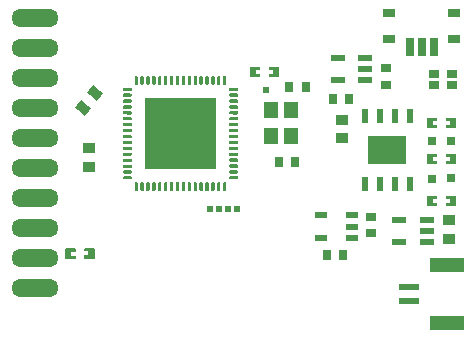
<source format=gtp>
G04 Layer: TopPasteMaskLayer*
G04 EasyEDA v6.5.47, 2024-10-10 22:53:33*
G04 4497fee167be4918ac379375847d30c4,a18d025d90d848418757c69f2d6d6cc0,10*
G04 Gerber Generator version 0.2*
G04 Scale: 100 percent, Rotated: No, Reflected: No *
G04 Dimensions in millimeters *
G04 leading zeros omitted , absolute positions ,4 integer and 5 decimal *
%FSLAX45Y45*%
%MOMM*%

%AMMACRO1*21,1,$1,$2,0,0,$3*%
%ADD10R,0.8000X0.9000*%
%ADD11R,0.9000X0.8000*%
%ADD12R,1.0922X0.8128*%
%ADD13R,1.1570X0.4900*%
%ADD14R,1.1750X0.4900*%
%ADD15MACRO1,0.8X0.65X0.0000*%
%ADD16R,0.8000X0.8000*%
%ADD17O,3.9999919999999998X1.499997*%
%ADD18R,0.7000X1.5000*%
%ADD19R,1.0000X0.8000*%
%ADD20R,0.6000X1.2000*%
%ADD21R,3.3000X2.4000*%
%ADD22R,1.2000X1.4000*%
%ADD23MACRO1,1.2X1.4X0.0000*%
%ADD24R,1.7000X0.6000*%
%ADD25R,2.9000X1.3000*%
%ADD26R,1.1000X0.6000*%
%ADD27MACRO1,0.8128X1.0922X-130.9998*%
%ADD28MACRO1,0.8128X1.0922X-130.9985*%
%ADD29R,0.5000X0.5000*%
%ADD30R,0.0148X0.5000*%

%LPD*%
G36*
X2064918Y-843991D02*
G01*
X2059889Y-849020D01*
X2059889Y-928979D01*
X2064918Y-934008D01*
X2144877Y-934008D01*
X2149906Y-928979D01*
X2149906Y-906221D01*
X2112924Y-906221D01*
X2112924Y-873201D01*
X2149906Y-873201D01*
X2149906Y-849020D01*
X2144877Y-843991D01*
G37*
G36*
X2223922Y-843991D02*
G01*
X2218893Y-849020D01*
X2218893Y-871778D01*
X2255875Y-871778D01*
X2255875Y-904798D01*
X2218893Y-904798D01*
X2218893Y-928979D01*
X2223922Y-934008D01*
X2303881Y-934008D01*
X2308910Y-928979D01*
X2308910Y-849020D01*
X2303881Y-843991D01*
G37*
G36*
X661822Y-2380691D02*
G01*
X656793Y-2385720D01*
X656793Y-2408478D01*
X693826Y-2408478D01*
X693826Y-2441498D01*
X656793Y-2441498D01*
X656793Y-2465679D01*
X661822Y-2470708D01*
X741781Y-2470708D01*
X746810Y-2465679D01*
X746810Y-2385720D01*
X741781Y-2380691D01*
G37*
G36*
X502818Y-2380691D02*
G01*
X497789Y-2385720D01*
X497789Y-2465679D01*
X502818Y-2470708D01*
X582777Y-2470708D01*
X587806Y-2465679D01*
X587806Y-2442921D01*
X550773Y-2442921D01*
X550773Y-2409901D01*
X587806Y-2409901D01*
X587806Y-2385720D01*
X582777Y-2380691D01*
G37*
G36*
X3722522Y-1936191D02*
G01*
X3717493Y-1941220D01*
X3717493Y-1963978D01*
X3754475Y-1963978D01*
X3754475Y-1996998D01*
X3717493Y-1996998D01*
X3717493Y-2021179D01*
X3722522Y-2026208D01*
X3802481Y-2026208D01*
X3807510Y-2021179D01*
X3807510Y-1941220D01*
X3802481Y-1936191D01*
G37*
G36*
X3563518Y-1936191D02*
G01*
X3558489Y-1941220D01*
X3558489Y-2021179D01*
X3563518Y-2026208D01*
X3643477Y-2026208D01*
X3648506Y-2021179D01*
X3648506Y-1998421D01*
X3611524Y-1998421D01*
X3611524Y-1965401D01*
X3648506Y-1965401D01*
X3648506Y-1941220D01*
X3643477Y-1936191D01*
G37*
G36*
X3722522Y-1580591D02*
G01*
X3717493Y-1585620D01*
X3717493Y-1608378D01*
X3754475Y-1608378D01*
X3754475Y-1641398D01*
X3717493Y-1641398D01*
X3717493Y-1665579D01*
X3722522Y-1670608D01*
X3802481Y-1670608D01*
X3807510Y-1665579D01*
X3807510Y-1585620D01*
X3802481Y-1580591D01*
G37*
G36*
X3563518Y-1580591D02*
G01*
X3558489Y-1585620D01*
X3558489Y-1665579D01*
X3563518Y-1670608D01*
X3643477Y-1670608D01*
X3648506Y-1665579D01*
X3648506Y-1642821D01*
X3611524Y-1642821D01*
X3611524Y-1609801D01*
X3648506Y-1609801D01*
X3648506Y-1585620D01*
X3643477Y-1580591D01*
G37*
G36*
X3722522Y-1275791D02*
G01*
X3717493Y-1280820D01*
X3717493Y-1303578D01*
X3754475Y-1303578D01*
X3754475Y-1336598D01*
X3717493Y-1336598D01*
X3717493Y-1360779D01*
X3722522Y-1365808D01*
X3802481Y-1365808D01*
X3807510Y-1360779D01*
X3807510Y-1280820D01*
X3802481Y-1275791D01*
G37*
G36*
X3563518Y-1275791D02*
G01*
X3558489Y-1280820D01*
X3558489Y-1360779D01*
X3563518Y-1365808D01*
X3643477Y-1365808D01*
X3648506Y-1360779D01*
X3648506Y-1338021D01*
X3611524Y-1338021D01*
X3611524Y-1305001D01*
X3648506Y-1305001D01*
X3648506Y-1280820D01*
X3643477Y-1275791D01*
G37*
G36*
X1847850Y-919683D02*
G01*
X1844802Y-920140D01*
X1841195Y-921562D01*
X1838756Y-923391D01*
X1836724Y-925728D01*
X1835556Y-927709D01*
X1834540Y-930656D01*
X1834286Y-932180D01*
X1834235Y-986485D01*
X1834743Y-989533D01*
X1836267Y-993038D01*
X1837639Y-994918D01*
X1840585Y-997407D01*
X1844039Y-999083D01*
X1847088Y-999642D01*
X1848612Y-999693D01*
X1851660Y-999286D01*
X1854555Y-998169D01*
X1857705Y-995984D01*
X1859737Y-993698D01*
X1861464Y-990244D01*
X1862124Y-987247D01*
X1862226Y-933703D01*
X1862023Y-931418D01*
X1861464Y-929132D01*
X1859737Y-925728D01*
X1857705Y-923391D01*
X1854555Y-921207D01*
X1852422Y-920343D01*
X1849374Y-919734D01*
G37*
G36*
X1447850Y-919683D02*
G01*
X1444802Y-920140D01*
X1441196Y-921562D01*
X1438757Y-923391D01*
X1436725Y-925728D01*
X1435557Y-927709D01*
X1434541Y-930656D01*
X1434287Y-932180D01*
X1434236Y-986485D01*
X1434744Y-989533D01*
X1436268Y-993038D01*
X1437640Y-994918D01*
X1440586Y-997407D01*
X1444040Y-999083D01*
X1447088Y-999642D01*
X1448612Y-999693D01*
X1451660Y-999286D01*
X1454556Y-998169D01*
X1457706Y-995984D01*
X1459738Y-993698D01*
X1461465Y-990244D01*
X1462125Y-987247D01*
X1462227Y-933703D01*
X1462024Y-931418D01*
X1461465Y-929132D01*
X1459738Y-925728D01*
X1457706Y-923391D01*
X1454556Y-921207D01*
X1452422Y-920343D01*
X1449374Y-919734D01*
G37*
G36*
X1647850Y-919683D02*
G01*
X1645513Y-919937D01*
X1641906Y-921207D01*
X1640535Y-921969D01*
X1638757Y-923391D01*
X1636725Y-925728D01*
X1635556Y-927709D01*
X1634540Y-930656D01*
X1634286Y-932180D01*
X1634236Y-986485D01*
X1634744Y-989533D01*
X1636268Y-993038D01*
X1637639Y-994918D01*
X1640535Y-997407D01*
X1644040Y-999083D01*
X1647037Y-999642D01*
X1648612Y-999693D01*
X1651660Y-999286D01*
X1654556Y-998169D01*
X1657705Y-995984D01*
X1659737Y-993698D01*
X1660906Y-991666D01*
X1661871Y-988771D01*
X1662125Y-987247D01*
X1662226Y-933703D01*
X1662023Y-931418D01*
X1660906Y-927709D01*
X1658772Y-924509D01*
X1657705Y-923391D01*
X1654556Y-921207D01*
X1650898Y-919937D01*
G37*
G36*
X1247851Y-919683D02*
G01*
X1244803Y-920140D01*
X1241196Y-921562D01*
X1239316Y-922883D01*
X1237640Y-924509D01*
X1236268Y-926388D01*
X1234744Y-929894D01*
X1234236Y-932942D01*
X1234287Y-987247D01*
X1234541Y-988771D01*
X1235913Y-992378D01*
X1236726Y-993698D01*
X1238199Y-995476D01*
X1239926Y-997000D01*
X1243330Y-998829D01*
X1246276Y-999591D01*
X1250137Y-999591D01*
X1252372Y-999083D01*
X1255217Y-997813D01*
X1256487Y-997000D01*
X1258265Y-995476D01*
X1260551Y-992378D01*
X1261668Y-989533D01*
X1262024Y-988009D01*
X1262227Y-985723D01*
X1262126Y-932180D01*
X1261211Y-928420D01*
X1259281Y-925118D01*
X1257096Y-922883D01*
X1255217Y-921562D01*
X1251661Y-920140D01*
X1249375Y-919734D01*
G37*
G36*
X1747824Y-919683D02*
G01*
X1745538Y-919937D01*
X1741881Y-921207D01*
X1738731Y-923391D01*
X1736699Y-925728D01*
X1734972Y-929132D01*
X1734413Y-931418D01*
X1734210Y-933703D01*
X1734312Y-987247D01*
X1734972Y-990244D01*
X1736699Y-993698D01*
X1738731Y-995984D01*
X1741881Y-998169D01*
X1744776Y-999286D01*
X1747824Y-999693D01*
X1750923Y-999439D01*
X1753819Y-998524D01*
X1757121Y-996492D01*
X1758797Y-994918D01*
X1760169Y-993038D01*
X1761693Y-989533D01*
X1762201Y-986485D01*
X1762150Y-932180D01*
X1761439Y-929132D01*
X1760880Y-927709D01*
X1759712Y-925728D01*
X1757680Y-923391D01*
X1755241Y-921562D01*
X1751634Y-920140D01*
X1749399Y-919734D01*
G37*
G36*
X1347825Y-919683D02*
G01*
X1345539Y-919937D01*
X1343304Y-920597D01*
X1341221Y-921562D01*
X1338173Y-923950D01*
X1335887Y-927049D01*
X1335227Y-928420D01*
X1334312Y-932180D01*
X1334211Y-985723D01*
X1334414Y-988009D01*
X1335227Y-990955D01*
X1335887Y-992378D01*
X1338173Y-995476D01*
X1339951Y-997000D01*
X1342593Y-998524D01*
X1344015Y-999083D01*
X1346301Y-999591D01*
X1350162Y-999591D01*
X1353108Y-998829D01*
X1356512Y-997000D01*
X1358239Y-995476D01*
X1359712Y-993698D01*
X1361186Y-990955D01*
X1361897Y-988771D01*
X1362151Y-987247D01*
X1362202Y-932942D01*
X1361694Y-929894D01*
X1360170Y-926388D01*
X1358798Y-924509D01*
X1357122Y-922883D01*
X1354531Y-921207D01*
X1350924Y-919937D01*
G37*
G36*
X1547825Y-919683D02*
G01*
X1545539Y-919937D01*
X1541881Y-921207D01*
X1538732Y-923391D01*
X1536700Y-925728D01*
X1535531Y-927709D01*
X1534414Y-931418D01*
X1534210Y-933703D01*
X1534312Y-987247D01*
X1534972Y-990244D01*
X1535531Y-991666D01*
X1536700Y-993698D01*
X1538732Y-995984D01*
X1541881Y-998169D01*
X1544777Y-999286D01*
X1547825Y-999693D01*
X1550924Y-999439D01*
X1553819Y-998524D01*
X1555902Y-997407D01*
X1558798Y-994918D01*
X1560169Y-993038D01*
X1561693Y-989533D01*
X1562201Y-986485D01*
X1562150Y-932180D01*
X1561439Y-929132D01*
X1560880Y-927709D01*
X1559712Y-925728D01*
X1557680Y-923391D01*
X1555902Y-921969D01*
X1552397Y-920343D01*
X1549349Y-919734D01*
G37*
G36*
X1147826Y-919683D02*
G01*
X1145540Y-919937D01*
X1141882Y-921207D01*
X1138732Y-923391D01*
X1136700Y-925728D01*
X1135532Y-927709D01*
X1134414Y-931418D01*
X1134211Y-933703D01*
X1134313Y-987247D01*
X1134973Y-990244D01*
X1135532Y-991666D01*
X1136700Y-993698D01*
X1138732Y-995984D01*
X1141882Y-998169D01*
X1144778Y-999286D01*
X1147826Y-999693D01*
X1150924Y-999439D01*
X1153820Y-998524D01*
X1155903Y-997407D01*
X1158798Y-994918D01*
X1160170Y-993038D01*
X1161694Y-989533D01*
X1162202Y-986485D01*
X1162151Y-932180D01*
X1161440Y-929132D01*
X1160881Y-927709D01*
X1159713Y-925728D01*
X1157681Y-923391D01*
X1155903Y-921969D01*
X1152398Y-920343D01*
X1150924Y-919937D01*
G37*
G36*
X1797812Y-919683D02*
G01*
X1795525Y-919937D01*
X1793290Y-920597D01*
X1791207Y-921562D01*
X1788160Y-923950D01*
X1785874Y-927049D01*
X1785213Y-928420D01*
X1784299Y-932180D01*
X1784197Y-985723D01*
X1784400Y-988009D01*
X1785213Y-990955D01*
X1785874Y-992378D01*
X1788160Y-995476D01*
X1789938Y-997000D01*
X1792579Y-998524D01*
X1794002Y-999083D01*
X1796288Y-999591D01*
X1800148Y-999591D01*
X1803095Y-998829D01*
X1806498Y-997000D01*
X1808225Y-995476D01*
X1809699Y-993698D01*
X1811172Y-990955D01*
X1811883Y-988771D01*
X1812137Y-987247D01*
X1812188Y-932942D01*
X1811680Y-929894D01*
X1810156Y-926388D01*
X1808784Y-924509D01*
X1807108Y-922883D01*
X1805228Y-921562D01*
X1801622Y-920140D01*
G37*
G36*
X1397812Y-919683D02*
G01*
X1395526Y-919937D01*
X1393291Y-920597D01*
X1391208Y-921562D01*
X1388160Y-923950D01*
X1385874Y-927049D01*
X1385214Y-928420D01*
X1384300Y-932180D01*
X1384198Y-985723D01*
X1384401Y-988009D01*
X1385214Y-990955D01*
X1385874Y-992378D01*
X1388160Y-995476D01*
X1389938Y-997000D01*
X1392580Y-998524D01*
X1394002Y-999083D01*
X1396288Y-999591D01*
X1400149Y-999591D01*
X1403096Y-998829D01*
X1406499Y-997000D01*
X1408226Y-995476D01*
X1409700Y-993698D01*
X1411173Y-990955D01*
X1411884Y-988771D01*
X1412138Y-987247D01*
X1412189Y-932942D01*
X1411681Y-929894D01*
X1410157Y-926388D01*
X1408785Y-924509D01*
X1407109Y-922883D01*
X1405229Y-921562D01*
X1401622Y-920140D01*
G37*
G36*
X1597812Y-919683D02*
G01*
X1595526Y-919937D01*
X1591868Y-921207D01*
X1588719Y-923391D01*
X1586687Y-925728D01*
X1585518Y-927709D01*
X1584401Y-931418D01*
X1584198Y-933703D01*
X1584299Y-987247D01*
X1584960Y-990244D01*
X1585518Y-991666D01*
X1586687Y-993698D01*
X1588719Y-995984D01*
X1591868Y-998169D01*
X1594764Y-999286D01*
X1597812Y-999693D01*
X1600911Y-999439D01*
X1603806Y-998524D01*
X1607108Y-996492D01*
X1608785Y-994918D01*
X1610156Y-993038D01*
X1611680Y-989533D01*
X1612188Y-986485D01*
X1612138Y-932180D01*
X1611426Y-929132D01*
X1610868Y-927709D01*
X1609699Y-925728D01*
X1607667Y-923391D01*
X1605229Y-921562D01*
X1601622Y-920140D01*
X1599387Y-919734D01*
G37*
G36*
X1197813Y-919683D02*
G01*
X1195527Y-919937D01*
X1191869Y-921207D01*
X1188720Y-923391D01*
X1186688Y-925728D01*
X1184960Y-929132D01*
X1184402Y-931418D01*
X1184198Y-933703D01*
X1184300Y-987247D01*
X1184960Y-990244D01*
X1186688Y-993698D01*
X1188720Y-995984D01*
X1191869Y-998169D01*
X1194765Y-999286D01*
X1197813Y-999693D01*
X1200912Y-999439D01*
X1203807Y-998524D01*
X1207109Y-996492D01*
X1208786Y-994918D01*
X1210157Y-993038D01*
X1211681Y-989533D01*
X1212189Y-986485D01*
X1212138Y-932180D01*
X1211427Y-929132D01*
X1210868Y-927709D01*
X1209700Y-925728D01*
X1207668Y-923391D01*
X1205230Y-921562D01*
X1201623Y-920140D01*
X1199388Y-919734D01*
G37*
G36*
X1697837Y-919683D02*
G01*
X1694789Y-920140D01*
X1691182Y-921562D01*
X1689303Y-922883D01*
X1687626Y-924509D01*
X1686255Y-926388D01*
X1684731Y-929894D01*
X1684223Y-932942D01*
X1684274Y-987247D01*
X1684528Y-988771D01*
X1685899Y-992378D01*
X1686712Y-993698D01*
X1688185Y-995476D01*
X1689912Y-997000D01*
X1693316Y-998829D01*
X1696262Y-999591D01*
X1700123Y-999591D01*
X1702409Y-999083D01*
X1705203Y-997813D01*
X1706473Y-997000D01*
X1708251Y-995476D01*
X1710537Y-992378D01*
X1711655Y-989533D01*
X1712010Y-988009D01*
X1712214Y-985723D01*
X1712112Y-932180D01*
X1711198Y-928420D01*
X1709267Y-925118D01*
X1707083Y-922883D01*
X1705203Y-921562D01*
X1703120Y-920597D01*
X1700885Y-919937D01*
G37*
G36*
X1297178Y-919683D02*
G01*
X1294892Y-919937D01*
X1292656Y-920597D01*
X1290574Y-921562D01*
X1287526Y-923950D01*
X1285240Y-927049D01*
X1284579Y-928420D01*
X1283665Y-932180D01*
X1283563Y-985723D01*
X1283766Y-988009D01*
X1284579Y-990955D01*
X1285240Y-992378D01*
X1287526Y-995476D01*
X1289304Y-997000D01*
X1291945Y-998524D01*
X1293368Y-999083D01*
X1295654Y-999591D01*
X1299514Y-999591D01*
X1302461Y-998829D01*
X1305864Y-997000D01*
X1307592Y-995476D01*
X1309065Y-993698D01*
X1310538Y-990955D01*
X1311249Y-988771D01*
X1311503Y-987247D01*
X1311554Y-932942D01*
X1311046Y-929894D01*
X1309522Y-926388D01*
X1308150Y-924509D01*
X1306474Y-922883D01*
X1304594Y-921562D01*
X1300988Y-920140D01*
G37*
G36*
X1497838Y-919683D02*
G01*
X1495501Y-919937D01*
X1491894Y-921207D01*
X1490522Y-921969D01*
X1488744Y-923391D01*
X1486712Y-925728D01*
X1485544Y-927709D01*
X1484528Y-930656D01*
X1484274Y-932180D01*
X1484223Y-986485D01*
X1484731Y-989533D01*
X1486255Y-993038D01*
X1487627Y-994918D01*
X1490522Y-997407D01*
X1494028Y-999083D01*
X1497025Y-999642D01*
X1498600Y-999693D01*
X1501648Y-999286D01*
X1504543Y-998169D01*
X1507693Y-995984D01*
X1509725Y-993698D01*
X1510893Y-991666D01*
X1511858Y-988771D01*
X1512112Y-987247D01*
X1512214Y-933703D01*
X1512011Y-931418D01*
X1510893Y-927709D01*
X1508760Y-924509D01*
X1507693Y-923391D01*
X1504543Y-921207D01*
X1500886Y-919937D01*
G37*
G36*
X1097838Y-919683D02*
G01*
X1095502Y-919937D01*
X1091895Y-921207D01*
X1090523Y-921969D01*
X1088745Y-923391D01*
X1086713Y-925728D01*
X1085545Y-927709D01*
X1084529Y-930656D01*
X1084275Y-932180D01*
X1084224Y-986485D01*
X1084732Y-989533D01*
X1086256Y-993038D01*
X1087628Y-994918D01*
X1090523Y-997407D01*
X1094028Y-999083D01*
X1097026Y-999642D01*
X1098600Y-999693D01*
X1101648Y-999286D01*
X1104544Y-998169D01*
X1107694Y-995984D01*
X1109726Y-993698D01*
X1110894Y-991666D01*
X1111859Y-988771D01*
X1112113Y-987247D01*
X1112215Y-933703D01*
X1112012Y-931418D01*
X1110894Y-927709D01*
X1108760Y-924509D01*
X1107694Y-923391D01*
X1104544Y-921207D01*
X1100886Y-919937D01*
G37*
G36*
X1896414Y-1020724D02*
G01*
X1893366Y-1021232D01*
X1889861Y-1022756D01*
X1887982Y-1024128D01*
X1885492Y-1027023D01*
X1883816Y-1030528D01*
X1883257Y-1033526D01*
X1883206Y-1035100D01*
X1883613Y-1038148D01*
X1884730Y-1041044D01*
X1886915Y-1044194D01*
X1889201Y-1046226D01*
X1891233Y-1047394D01*
X1894128Y-1048359D01*
X1895652Y-1048613D01*
X1949196Y-1048715D01*
X1951482Y-1048512D01*
X1955190Y-1047394D01*
X1958390Y-1045260D01*
X1959508Y-1044194D01*
X1961692Y-1041044D01*
X1962962Y-1037386D01*
X1963216Y-1035100D01*
X1963166Y-1033526D01*
X1962302Y-1029817D01*
X1961337Y-1027684D01*
X1960016Y-1025804D01*
X1958390Y-1024128D01*
X1956511Y-1022756D01*
X1953006Y-1021232D01*
X1949957Y-1020724D01*
G37*
G36*
X996442Y-1020724D02*
G01*
X993394Y-1021232D01*
X989888Y-1022756D01*
X988009Y-1024128D01*
X986383Y-1025804D01*
X985062Y-1027684D01*
X983640Y-1031290D01*
X983234Y-1033526D01*
X983183Y-1035100D01*
X983437Y-1037386D01*
X984707Y-1041044D01*
X986891Y-1044194D01*
X989228Y-1046226D01*
X991209Y-1047394D01*
X994918Y-1048512D01*
X997203Y-1048715D01*
X1050747Y-1048613D01*
X1053744Y-1047953D01*
X1055166Y-1047394D01*
X1057198Y-1046226D01*
X1059484Y-1044194D01*
X1061669Y-1041044D01*
X1062786Y-1038148D01*
X1063193Y-1035100D01*
X1062939Y-1032002D01*
X1062024Y-1029106D01*
X1060907Y-1027023D01*
X1058418Y-1024128D01*
X1056538Y-1022756D01*
X1053033Y-1021232D01*
X1049985Y-1020724D01*
G37*
G36*
X1173226Y-1109726D02*
G01*
X1173226Y-1709724D01*
X1773224Y-1709724D01*
X1773224Y-1109726D01*
G37*
G36*
X1896414Y-1070711D02*
G01*
X1893366Y-1071219D01*
X1889861Y-1072743D01*
X1887982Y-1074115D01*
X1885492Y-1077010D01*
X1883816Y-1080516D01*
X1883257Y-1083564D01*
X1883206Y-1085088D01*
X1883613Y-1088136D01*
X1884730Y-1091031D01*
X1886915Y-1094181D01*
X1889201Y-1096213D01*
X1892655Y-1097940D01*
X1895652Y-1098600D01*
X1949196Y-1098702D01*
X1951482Y-1098499D01*
X1953768Y-1097940D01*
X1957171Y-1096213D01*
X1959508Y-1094181D01*
X1961692Y-1091031D01*
X1962556Y-1088898D01*
X1963166Y-1085850D01*
X1963064Y-1082751D01*
X1962302Y-1079804D01*
X1961337Y-1077671D01*
X1960016Y-1075791D01*
X1958390Y-1074115D01*
X1956511Y-1072743D01*
X1953006Y-1071219D01*
X1949957Y-1070711D01*
G37*
G36*
X996442Y-1070711D02*
G01*
X993394Y-1071219D01*
X989888Y-1072743D01*
X988009Y-1074115D01*
X986383Y-1075791D01*
X985062Y-1077671D01*
X983640Y-1081278D01*
X983183Y-1084326D01*
X983234Y-1085850D01*
X983843Y-1088898D01*
X984707Y-1091031D01*
X986891Y-1094181D01*
X989228Y-1096213D01*
X992632Y-1097940D01*
X994918Y-1098499D01*
X997203Y-1098702D01*
X1050747Y-1098600D01*
X1053744Y-1097940D01*
X1057198Y-1096213D01*
X1059484Y-1094181D01*
X1061669Y-1091031D01*
X1062786Y-1088136D01*
X1063193Y-1085088D01*
X1062939Y-1081989D01*
X1062024Y-1079093D01*
X1060907Y-1077010D01*
X1058418Y-1074115D01*
X1056538Y-1072743D01*
X1053033Y-1071219D01*
X1049985Y-1070711D01*
G37*
G36*
X1897176Y-1120698D02*
G01*
X1894890Y-1120902D01*
X1891944Y-1121714D01*
X1890522Y-1122375D01*
X1887423Y-1124661D01*
X1885899Y-1126439D01*
X1884375Y-1129080D01*
X1883816Y-1130554D01*
X1883308Y-1132789D01*
X1883308Y-1136650D01*
X1884070Y-1139596D01*
X1885899Y-1143000D01*
X1887423Y-1144727D01*
X1889201Y-1146200D01*
X1891944Y-1147673D01*
X1894128Y-1148384D01*
X1895652Y-1148638D01*
X1949957Y-1148689D01*
X1953006Y-1148181D01*
X1956511Y-1146657D01*
X1958390Y-1145286D01*
X1960016Y-1143609D01*
X1961692Y-1141018D01*
X1962962Y-1137412D01*
X1963216Y-1135075D01*
X1963166Y-1133551D01*
X1962302Y-1129792D01*
X1961337Y-1127709D01*
X1958949Y-1124661D01*
X1955850Y-1122375D01*
X1954479Y-1121714D01*
X1950720Y-1120800D01*
G37*
G36*
X997203Y-1120698D02*
G01*
X994918Y-1120902D01*
X992632Y-1121460D01*
X989228Y-1123188D01*
X986891Y-1125220D01*
X984707Y-1128369D01*
X983437Y-1132027D01*
X983183Y-1134313D01*
X983234Y-1135888D01*
X984097Y-1139596D01*
X985062Y-1141730D01*
X986891Y-1144168D01*
X989228Y-1146200D01*
X991209Y-1147368D01*
X994156Y-1148384D01*
X995680Y-1148638D01*
X1049985Y-1148689D01*
X1053033Y-1148181D01*
X1056538Y-1146657D01*
X1058418Y-1145286D01*
X1060907Y-1142339D01*
X1062583Y-1138885D01*
X1063142Y-1135888D01*
X1063193Y-1134313D01*
X1062786Y-1131265D01*
X1061669Y-1128369D01*
X1059484Y-1125220D01*
X1057198Y-1123188D01*
X1053744Y-1121460D01*
X1050747Y-1120800D01*
G37*
G36*
X1897176Y-1170686D02*
G01*
X1894890Y-1170889D01*
X1891944Y-1171702D01*
X1890522Y-1172362D01*
X1887423Y-1174648D01*
X1885899Y-1176426D01*
X1884375Y-1179068D01*
X1883816Y-1180490D01*
X1883308Y-1182776D01*
X1883308Y-1186637D01*
X1884070Y-1189583D01*
X1885899Y-1192987D01*
X1887423Y-1194714D01*
X1889201Y-1196187D01*
X1891944Y-1197660D01*
X1894128Y-1198372D01*
X1895652Y-1198626D01*
X1949957Y-1198676D01*
X1953006Y-1198168D01*
X1956511Y-1196644D01*
X1958390Y-1195273D01*
X1960016Y-1193596D01*
X1961337Y-1191717D01*
X1962759Y-1188110D01*
X1963216Y-1185062D01*
X1963166Y-1183538D01*
X1962556Y-1180490D01*
X1961692Y-1178356D01*
X1959508Y-1175207D01*
X1957171Y-1173175D01*
X1953768Y-1171448D01*
X1951482Y-1170889D01*
X1949196Y-1170686D01*
G37*
G36*
X997203Y-1170686D02*
G01*
X994918Y-1170889D01*
X992632Y-1171448D01*
X989228Y-1173175D01*
X986891Y-1175207D01*
X984707Y-1178356D01*
X983843Y-1180490D01*
X983234Y-1183538D01*
X983335Y-1186637D01*
X984097Y-1189583D01*
X985062Y-1191717D01*
X986383Y-1193596D01*
X988009Y-1195273D01*
X989888Y-1196644D01*
X993394Y-1198168D01*
X996442Y-1198676D01*
X1050747Y-1198626D01*
X1052271Y-1198372D01*
X1055878Y-1197000D01*
X1057198Y-1196187D01*
X1058976Y-1194714D01*
X1060500Y-1192987D01*
X1062329Y-1189583D01*
X1063091Y-1186637D01*
X1063091Y-1182776D01*
X1062583Y-1180490D01*
X1061313Y-1177696D01*
X1060500Y-1176426D01*
X1058976Y-1174648D01*
X1055878Y-1172362D01*
X1053033Y-1171244D01*
X1051509Y-1170889D01*
X1049223Y-1170686D01*
G37*
G36*
X1896414Y-1220724D02*
G01*
X1893366Y-1221232D01*
X1889861Y-1222756D01*
X1887982Y-1224127D01*
X1885492Y-1227074D01*
X1883816Y-1230528D01*
X1883257Y-1233576D01*
X1883206Y-1235100D01*
X1883613Y-1238148D01*
X1884730Y-1241044D01*
X1886915Y-1244193D01*
X1889201Y-1246225D01*
X1892655Y-1247952D01*
X1895652Y-1248613D01*
X1949196Y-1248714D01*
X1951482Y-1248511D01*
X1953768Y-1247952D01*
X1957171Y-1246225D01*
X1959508Y-1244193D01*
X1961692Y-1241044D01*
X1962556Y-1238910D01*
X1963166Y-1235862D01*
X1963064Y-1232763D01*
X1962302Y-1229817D01*
X1961337Y-1227683D01*
X1959508Y-1225245D01*
X1957171Y-1223213D01*
X1955190Y-1222044D01*
X1952243Y-1221028D01*
X1950720Y-1220774D01*
G37*
G36*
X996442Y-1220724D02*
G01*
X993394Y-1221232D01*
X989888Y-1222756D01*
X988009Y-1224127D01*
X986383Y-1225804D01*
X984707Y-1228394D01*
X983437Y-1232001D01*
X983183Y-1235100D01*
X983437Y-1237386D01*
X984097Y-1239621D01*
X985062Y-1241704D01*
X987450Y-1244752D01*
X990549Y-1247038D01*
X991920Y-1247698D01*
X995680Y-1248613D01*
X1049223Y-1248714D01*
X1051509Y-1248511D01*
X1054455Y-1247698D01*
X1055878Y-1247038D01*
X1058976Y-1244752D01*
X1060500Y-1242974D01*
X1062024Y-1240332D01*
X1062583Y-1238910D01*
X1063091Y-1236624D01*
X1063091Y-1232763D01*
X1062329Y-1229817D01*
X1060500Y-1226413D01*
X1058976Y-1224686D01*
X1057198Y-1223213D01*
X1054455Y-1221740D01*
X1052271Y-1221028D01*
X1050747Y-1220774D01*
G37*
G36*
X1896414Y-1270711D02*
G01*
X1893366Y-1271219D01*
X1889861Y-1272743D01*
X1887982Y-1274114D01*
X1885492Y-1277061D01*
X1883816Y-1280515D01*
X1883257Y-1283512D01*
X1883206Y-1285087D01*
X1883613Y-1288135D01*
X1884730Y-1291031D01*
X1886915Y-1294180D01*
X1889201Y-1296212D01*
X1891233Y-1297381D01*
X1894128Y-1298346D01*
X1895652Y-1298600D01*
X1949196Y-1298702D01*
X1951482Y-1298498D01*
X1955190Y-1297381D01*
X1958390Y-1295247D01*
X1959508Y-1294180D01*
X1961692Y-1291031D01*
X1962962Y-1287373D01*
X1963216Y-1285087D01*
X1963166Y-1283512D01*
X1962302Y-1279804D01*
X1961337Y-1277670D01*
X1959508Y-1275232D01*
X1957171Y-1273200D01*
X1955190Y-1272032D01*
X1952243Y-1271016D01*
X1950720Y-1270762D01*
G37*
G36*
X996442Y-1270711D02*
G01*
X993394Y-1271219D01*
X989888Y-1272743D01*
X988009Y-1274114D01*
X986383Y-1275791D01*
X984707Y-1278382D01*
X983437Y-1281988D01*
X983183Y-1284325D01*
X983234Y-1285849D01*
X984097Y-1289608D01*
X985062Y-1291691D01*
X987450Y-1294739D01*
X990549Y-1297025D01*
X991920Y-1297686D01*
X995680Y-1298600D01*
X1049223Y-1298702D01*
X1051509Y-1298498D01*
X1054455Y-1297686D01*
X1055878Y-1297025D01*
X1058976Y-1294739D01*
X1060500Y-1292961D01*
X1062024Y-1290320D01*
X1062583Y-1288846D01*
X1063091Y-1286611D01*
X1063091Y-1282750D01*
X1062329Y-1279804D01*
X1060500Y-1276400D01*
X1058976Y-1274673D01*
X1057198Y-1273200D01*
X1054455Y-1271727D01*
X1052271Y-1271016D01*
X1050747Y-1270762D01*
G37*
G36*
X1897176Y-1320698D02*
G01*
X1894890Y-1320901D01*
X1891944Y-1321714D01*
X1890522Y-1322374D01*
X1887423Y-1324660D01*
X1885899Y-1326438D01*
X1884375Y-1329080D01*
X1883816Y-1330502D01*
X1883308Y-1332788D01*
X1883308Y-1336649D01*
X1884070Y-1339596D01*
X1885899Y-1342999D01*
X1887423Y-1344726D01*
X1889201Y-1346200D01*
X1891944Y-1347673D01*
X1894128Y-1348384D01*
X1895652Y-1348638D01*
X1949957Y-1348689D01*
X1953006Y-1348181D01*
X1956511Y-1346657D01*
X1958390Y-1345285D01*
X1960016Y-1343609D01*
X1961337Y-1341729D01*
X1962759Y-1338122D01*
X1963216Y-1335074D01*
X1963166Y-1333550D01*
X1962556Y-1330502D01*
X1961692Y-1328369D01*
X1959508Y-1325219D01*
X1957171Y-1323187D01*
X1955190Y-1322019D01*
X1951482Y-1320901D01*
X1949196Y-1320698D01*
G37*
G36*
X997203Y-1320698D02*
G01*
X994918Y-1320901D01*
X991209Y-1322019D01*
X988009Y-1324152D01*
X986891Y-1325219D01*
X984707Y-1328369D01*
X983843Y-1330502D01*
X983234Y-1333550D01*
X983335Y-1336649D01*
X984097Y-1339596D01*
X985062Y-1341729D01*
X986383Y-1343609D01*
X988009Y-1345285D01*
X989888Y-1346657D01*
X993394Y-1348181D01*
X996442Y-1348689D01*
X1050747Y-1348638D01*
X1052271Y-1348384D01*
X1055878Y-1347012D01*
X1057198Y-1346200D01*
X1058976Y-1344726D01*
X1060500Y-1342999D01*
X1062329Y-1339596D01*
X1063091Y-1336649D01*
X1063091Y-1332788D01*
X1062583Y-1330502D01*
X1061313Y-1327708D01*
X1060500Y-1326438D01*
X1058976Y-1324660D01*
X1055878Y-1322374D01*
X1053033Y-1321257D01*
X1051509Y-1320901D01*
X1049223Y-1320698D01*
G37*
G36*
X1897176Y-1370685D02*
G01*
X1894890Y-1370888D01*
X1891944Y-1371701D01*
X1890522Y-1372362D01*
X1887423Y-1374648D01*
X1885899Y-1376426D01*
X1884375Y-1379067D01*
X1883816Y-1380540D01*
X1883308Y-1382776D01*
X1883308Y-1386636D01*
X1884070Y-1389583D01*
X1885899Y-1392986D01*
X1887423Y-1394714D01*
X1889201Y-1396187D01*
X1891944Y-1397660D01*
X1894128Y-1398371D01*
X1895652Y-1398625D01*
X1949957Y-1398676D01*
X1953006Y-1398168D01*
X1956511Y-1396644D01*
X1958390Y-1395272D01*
X1960016Y-1393596D01*
X1961337Y-1391716D01*
X1962759Y-1388110D01*
X1963166Y-1385874D01*
X1963216Y-1384300D01*
X1962962Y-1382014D01*
X1961692Y-1378356D01*
X1959508Y-1375206D01*
X1957171Y-1373174D01*
X1955190Y-1372006D01*
X1951482Y-1370888D01*
X1949196Y-1370685D01*
G37*
G36*
X997203Y-1370685D02*
G01*
X994918Y-1370888D01*
X991209Y-1372006D01*
X988009Y-1374140D01*
X986891Y-1375206D01*
X984707Y-1378356D01*
X983437Y-1382014D01*
X983183Y-1384300D01*
X983234Y-1385874D01*
X984097Y-1389583D01*
X985062Y-1391716D01*
X986383Y-1393596D01*
X988009Y-1395272D01*
X989888Y-1396644D01*
X993394Y-1398168D01*
X996442Y-1398676D01*
X1050747Y-1398625D01*
X1052271Y-1398371D01*
X1055878Y-1397000D01*
X1057198Y-1396187D01*
X1058976Y-1394714D01*
X1060500Y-1392986D01*
X1062329Y-1389583D01*
X1063091Y-1386636D01*
X1063091Y-1382776D01*
X1062583Y-1380540D01*
X1061313Y-1377696D01*
X1060500Y-1376426D01*
X1058976Y-1374648D01*
X1055878Y-1372362D01*
X1053033Y-1371244D01*
X1051509Y-1370888D01*
X1049223Y-1370685D01*
G37*
G36*
X1896414Y-1420723D02*
G01*
X1893366Y-1421231D01*
X1889861Y-1422755D01*
X1887982Y-1424127D01*
X1885492Y-1427022D01*
X1883816Y-1430528D01*
X1883257Y-1433525D01*
X1883206Y-1435100D01*
X1883613Y-1438148D01*
X1884730Y-1441043D01*
X1886915Y-1444193D01*
X1889201Y-1446225D01*
X1891233Y-1447393D01*
X1894128Y-1448358D01*
X1895652Y-1448612D01*
X1949196Y-1448714D01*
X1951482Y-1448511D01*
X1955190Y-1447393D01*
X1958390Y-1445260D01*
X1959508Y-1444193D01*
X1961692Y-1441043D01*
X1962962Y-1437386D01*
X1963216Y-1435100D01*
X1963166Y-1433525D01*
X1962302Y-1429816D01*
X1961337Y-1427683D01*
X1960016Y-1425803D01*
X1958390Y-1424127D01*
X1956511Y-1422755D01*
X1953006Y-1421231D01*
X1949957Y-1420723D01*
G37*
G36*
X996442Y-1420723D02*
G01*
X993394Y-1421231D01*
X989888Y-1422755D01*
X988009Y-1424127D01*
X986383Y-1425803D01*
X985062Y-1427683D01*
X983640Y-1431290D01*
X983234Y-1433525D01*
X983183Y-1435100D01*
X983437Y-1437386D01*
X984707Y-1441043D01*
X986891Y-1444193D01*
X989228Y-1446225D01*
X991209Y-1447393D01*
X994918Y-1448511D01*
X997203Y-1448714D01*
X1050747Y-1448612D01*
X1053744Y-1447952D01*
X1055166Y-1447393D01*
X1057198Y-1446225D01*
X1059484Y-1444193D01*
X1061669Y-1441043D01*
X1062786Y-1438148D01*
X1063193Y-1435100D01*
X1062939Y-1432001D01*
X1062024Y-1429105D01*
X1060907Y-1427022D01*
X1058418Y-1424127D01*
X1056538Y-1422755D01*
X1053033Y-1421231D01*
X1049985Y-1420723D01*
G37*
G36*
X1896414Y-1470710D02*
G01*
X1893366Y-1471218D01*
X1889861Y-1472742D01*
X1887982Y-1474114D01*
X1885492Y-1477010D01*
X1883816Y-1480515D01*
X1883257Y-1483563D01*
X1883206Y-1485087D01*
X1883613Y-1488135D01*
X1884730Y-1491030D01*
X1886915Y-1494180D01*
X1889201Y-1496212D01*
X1891233Y-1497380D01*
X1894128Y-1498346D01*
X1895652Y-1498600D01*
X1949196Y-1498701D01*
X1951482Y-1498498D01*
X1955190Y-1497380D01*
X1958390Y-1495247D01*
X1959508Y-1494180D01*
X1961692Y-1491030D01*
X1962556Y-1488897D01*
X1963166Y-1485849D01*
X1963064Y-1482750D01*
X1962302Y-1479804D01*
X1961337Y-1477670D01*
X1960016Y-1475790D01*
X1958390Y-1474114D01*
X1956511Y-1472742D01*
X1953006Y-1471218D01*
X1949957Y-1470710D01*
G37*
G36*
X996442Y-1470710D02*
G01*
X993394Y-1471218D01*
X989888Y-1472742D01*
X988009Y-1474114D01*
X986383Y-1475790D01*
X985062Y-1477670D01*
X983640Y-1481277D01*
X983183Y-1484325D01*
X983234Y-1485849D01*
X983843Y-1488897D01*
X984707Y-1491030D01*
X986891Y-1494180D01*
X989228Y-1496212D01*
X991209Y-1497380D01*
X994918Y-1498498D01*
X997203Y-1498701D01*
X1050747Y-1498600D01*
X1053744Y-1497939D01*
X1055166Y-1497380D01*
X1057198Y-1496212D01*
X1059484Y-1494180D01*
X1061669Y-1491030D01*
X1062786Y-1488135D01*
X1063193Y-1485087D01*
X1062939Y-1481988D01*
X1062024Y-1479092D01*
X1060907Y-1477010D01*
X1058418Y-1474114D01*
X1056538Y-1472742D01*
X1053033Y-1471218D01*
X1049985Y-1470710D01*
G37*
G36*
X1897176Y-1520698D02*
G01*
X1894890Y-1520901D01*
X1891944Y-1521714D01*
X1890522Y-1522374D01*
X1887423Y-1524660D01*
X1885899Y-1526438D01*
X1884375Y-1529080D01*
X1883816Y-1530553D01*
X1883308Y-1532788D01*
X1883308Y-1536649D01*
X1884070Y-1539595D01*
X1885899Y-1542999D01*
X1887423Y-1544726D01*
X1889201Y-1546199D01*
X1891944Y-1547672D01*
X1894128Y-1548384D01*
X1895652Y-1548638D01*
X1949957Y-1548688D01*
X1953006Y-1548180D01*
X1956511Y-1546656D01*
X1958390Y-1545285D01*
X1960016Y-1543608D01*
X1961692Y-1541018D01*
X1962962Y-1537411D01*
X1963216Y-1535074D01*
X1963166Y-1533550D01*
X1962302Y-1529791D01*
X1961337Y-1527708D01*
X1958949Y-1524660D01*
X1955850Y-1522374D01*
X1954479Y-1521714D01*
X1950720Y-1520799D01*
G37*
G36*
X997203Y-1520698D02*
G01*
X994918Y-1520901D01*
X991209Y-1522018D01*
X988009Y-1524152D01*
X986891Y-1525219D01*
X984707Y-1528368D01*
X983437Y-1532026D01*
X983183Y-1534312D01*
X983234Y-1535887D01*
X984097Y-1539595D01*
X985062Y-1541729D01*
X986891Y-1544167D01*
X989228Y-1546199D01*
X991209Y-1547368D01*
X994156Y-1548384D01*
X995680Y-1548638D01*
X1049985Y-1548688D01*
X1053033Y-1548180D01*
X1056538Y-1546656D01*
X1058418Y-1545285D01*
X1060907Y-1542338D01*
X1062583Y-1538884D01*
X1063142Y-1535887D01*
X1063193Y-1534312D01*
X1062786Y-1531264D01*
X1061669Y-1528368D01*
X1059484Y-1525219D01*
X1057198Y-1523187D01*
X1055166Y-1522018D01*
X1052271Y-1521053D01*
X1050747Y-1520799D01*
G37*
G36*
X1897176Y-1570685D02*
G01*
X1894890Y-1570888D01*
X1891944Y-1571701D01*
X1890522Y-1572361D01*
X1887423Y-1574647D01*
X1885899Y-1576425D01*
X1884375Y-1579067D01*
X1883816Y-1580489D01*
X1883308Y-1582775D01*
X1883308Y-1586636D01*
X1884070Y-1589582D01*
X1885899Y-1592986D01*
X1887423Y-1594713D01*
X1889201Y-1596186D01*
X1891944Y-1597660D01*
X1894128Y-1598371D01*
X1895652Y-1598625D01*
X1949957Y-1598676D01*
X1953006Y-1598168D01*
X1956511Y-1596644D01*
X1958390Y-1595272D01*
X1960016Y-1593596D01*
X1961692Y-1591005D01*
X1962962Y-1587398D01*
X1963216Y-1584299D01*
X1962962Y-1582013D01*
X1962302Y-1579778D01*
X1961337Y-1577695D01*
X1958949Y-1574647D01*
X1955850Y-1572361D01*
X1954479Y-1571701D01*
X1950720Y-1570786D01*
G37*
G36*
X997203Y-1570685D02*
G01*
X994918Y-1570888D01*
X992632Y-1571447D01*
X989228Y-1573174D01*
X986891Y-1575206D01*
X984707Y-1578356D01*
X983843Y-1580489D01*
X983234Y-1583537D01*
X983335Y-1586636D01*
X984097Y-1589582D01*
X985062Y-1591716D01*
X986891Y-1594154D01*
X989228Y-1596186D01*
X991209Y-1597355D01*
X994156Y-1598371D01*
X995680Y-1598625D01*
X1049985Y-1598676D01*
X1053033Y-1598168D01*
X1056538Y-1596644D01*
X1058418Y-1595272D01*
X1060907Y-1592326D01*
X1062583Y-1588871D01*
X1063142Y-1585823D01*
X1063193Y-1584299D01*
X1062786Y-1581251D01*
X1061669Y-1578356D01*
X1059484Y-1575206D01*
X1057198Y-1573174D01*
X1053744Y-1571447D01*
X1050747Y-1570786D01*
G37*
G36*
X1896414Y-1620723D02*
G01*
X1893366Y-1621231D01*
X1889861Y-1622755D01*
X1887982Y-1624126D01*
X1885492Y-1627022D01*
X1883816Y-1630527D01*
X1883257Y-1633575D01*
X1883206Y-1635099D01*
X1883613Y-1638147D01*
X1884730Y-1641043D01*
X1886915Y-1644192D01*
X1889201Y-1646224D01*
X1892655Y-1647952D01*
X1895652Y-1648612D01*
X1949196Y-1648714D01*
X1951482Y-1648510D01*
X1953768Y-1647952D01*
X1957171Y-1646224D01*
X1959508Y-1644192D01*
X1961692Y-1641043D01*
X1962556Y-1638909D01*
X1963166Y-1635861D01*
X1963064Y-1632762D01*
X1962302Y-1629816D01*
X1961337Y-1627682D01*
X1960016Y-1625803D01*
X1958390Y-1624126D01*
X1956511Y-1622755D01*
X1953006Y-1621231D01*
X1949957Y-1620723D01*
G37*
G36*
X996442Y-1623771D02*
G01*
X993394Y-1624279D01*
X989888Y-1625803D01*
X988009Y-1627174D01*
X986383Y-1628851D01*
X984707Y-1631442D01*
X983437Y-1635048D01*
X983183Y-1637385D01*
X983234Y-1638909D01*
X983843Y-1641957D01*
X984707Y-1644091D01*
X986891Y-1647240D01*
X989228Y-1649272D01*
X992632Y-1651000D01*
X994918Y-1651558D01*
X997203Y-1651762D01*
X1050747Y-1651660D01*
X1053744Y-1651000D01*
X1057198Y-1649272D01*
X1059484Y-1647240D01*
X1061669Y-1644091D01*
X1062786Y-1641195D01*
X1063193Y-1638147D01*
X1062939Y-1635048D01*
X1062024Y-1632153D01*
X1059992Y-1628851D01*
X1058418Y-1627174D01*
X1056538Y-1625803D01*
X1053033Y-1624279D01*
X1049985Y-1623771D01*
G37*
G36*
X1896414Y-1670710D02*
G01*
X1893366Y-1671218D01*
X1889861Y-1672742D01*
X1887982Y-1674114D01*
X1885492Y-1677060D01*
X1883816Y-1680514D01*
X1883257Y-1683512D01*
X1883206Y-1685086D01*
X1883613Y-1688134D01*
X1884730Y-1691030D01*
X1886915Y-1694180D01*
X1889201Y-1696212D01*
X1892655Y-1697939D01*
X1895652Y-1698599D01*
X1949196Y-1698701D01*
X1951482Y-1698498D01*
X1953768Y-1697939D01*
X1957171Y-1696212D01*
X1959508Y-1694180D01*
X1961692Y-1691030D01*
X1962962Y-1687372D01*
X1963216Y-1685086D01*
X1963166Y-1683512D01*
X1962302Y-1679803D01*
X1961337Y-1677670D01*
X1959508Y-1675231D01*
X1957171Y-1673199D01*
X1955190Y-1672031D01*
X1952243Y-1671015D01*
X1950720Y-1670761D01*
G37*
G36*
X997203Y-1673758D02*
G01*
X994918Y-1673961D01*
X992632Y-1674520D01*
X989228Y-1676247D01*
X986891Y-1678279D01*
X984707Y-1681429D01*
X983843Y-1683562D01*
X983234Y-1686610D01*
X983335Y-1689709D01*
X984097Y-1692656D01*
X985062Y-1694789D01*
X986891Y-1697228D01*
X989228Y-1699260D01*
X991209Y-1700428D01*
X994156Y-1701444D01*
X995680Y-1701698D01*
X1049985Y-1701749D01*
X1053033Y-1701241D01*
X1056538Y-1699717D01*
X1058418Y-1698345D01*
X1060907Y-1695399D01*
X1062583Y-1691944D01*
X1063142Y-1688896D01*
X1063193Y-1687372D01*
X1062786Y-1684324D01*
X1061669Y-1681429D01*
X1059484Y-1678279D01*
X1057198Y-1676247D01*
X1053744Y-1674520D01*
X1050747Y-1673860D01*
G37*
G36*
X1897176Y-1720697D02*
G01*
X1894890Y-1720900D01*
X1891944Y-1721713D01*
X1890522Y-1722374D01*
X1887423Y-1724660D01*
X1885899Y-1726438D01*
X1884375Y-1729079D01*
X1883816Y-1730502D01*
X1883308Y-1732788D01*
X1883308Y-1736648D01*
X1884070Y-1739595D01*
X1885899Y-1742998D01*
X1887423Y-1744725D01*
X1889201Y-1746199D01*
X1891944Y-1747672D01*
X1894128Y-1748383D01*
X1895652Y-1748637D01*
X1949957Y-1748688D01*
X1953006Y-1748180D01*
X1956511Y-1746656D01*
X1958390Y-1745284D01*
X1960016Y-1743608D01*
X1961337Y-1741728D01*
X1962759Y-1738122D01*
X1963216Y-1735074D01*
X1963166Y-1733550D01*
X1962556Y-1730502D01*
X1961692Y-1728368D01*
X1959508Y-1725218D01*
X1957171Y-1723186D01*
X1953768Y-1721459D01*
X1951482Y-1720900D01*
X1949196Y-1720697D01*
G37*
G36*
X997203Y-1720697D02*
G01*
X994918Y-1720900D01*
X992632Y-1721459D01*
X989228Y-1723186D01*
X986891Y-1725218D01*
X984707Y-1728368D01*
X983843Y-1730502D01*
X983234Y-1733550D01*
X983335Y-1736648D01*
X984097Y-1739595D01*
X985062Y-1741728D01*
X986383Y-1743608D01*
X988009Y-1745284D01*
X989888Y-1746656D01*
X993394Y-1748180D01*
X996442Y-1748688D01*
X1050747Y-1748637D01*
X1052271Y-1748383D01*
X1055878Y-1747012D01*
X1057198Y-1746199D01*
X1058976Y-1744725D01*
X1060500Y-1742998D01*
X1062329Y-1739595D01*
X1063091Y-1736648D01*
X1063091Y-1732788D01*
X1062583Y-1730502D01*
X1061313Y-1727707D01*
X1060500Y-1726438D01*
X1058976Y-1724660D01*
X1055878Y-1722374D01*
X1053033Y-1721256D01*
X1051509Y-1720900D01*
X1049223Y-1720697D01*
G37*
G36*
X1897176Y-1770684D02*
G01*
X1894890Y-1770888D01*
X1891944Y-1771700D01*
X1890522Y-1772361D01*
X1887423Y-1774647D01*
X1885899Y-1776425D01*
X1884375Y-1779066D01*
X1883816Y-1780539D01*
X1883308Y-1782775D01*
X1883308Y-1786636D01*
X1884070Y-1789582D01*
X1885899Y-1792986D01*
X1887423Y-1794713D01*
X1889201Y-1796186D01*
X1891944Y-1797659D01*
X1894128Y-1798370D01*
X1895652Y-1798624D01*
X1949957Y-1798675D01*
X1953006Y-1798167D01*
X1956511Y-1796643D01*
X1958390Y-1795272D01*
X1960016Y-1793595D01*
X1961337Y-1791716D01*
X1962759Y-1788109D01*
X1963166Y-1785874D01*
X1963216Y-1784299D01*
X1962962Y-1782013D01*
X1961692Y-1778355D01*
X1959508Y-1775206D01*
X1957171Y-1773174D01*
X1955190Y-1772005D01*
X1951482Y-1770888D01*
X1949196Y-1770684D01*
G37*
G36*
X997203Y-1770684D02*
G01*
X994918Y-1770888D01*
X991209Y-1772005D01*
X988009Y-1774139D01*
X986891Y-1775206D01*
X984707Y-1778355D01*
X983437Y-1782013D01*
X983183Y-1784299D01*
X983234Y-1785874D01*
X984097Y-1789582D01*
X985062Y-1791716D01*
X986383Y-1793595D01*
X988009Y-1795272D01*
X989888Y-1796643D01*
X993394Y-1798167D01*
X996442Y-1798675D01*
X1050747Y-1798624D01*
X1052271Y-1798370D01*
X1055878Y-1796999D01*
X1057198Y-1796186D01*
X1058976Y-1794713D01*
X1060500Y-1792986D01*
X1062329Y-1789582D01*
X1063091Y-1786636D01*
X1063091Y-1782775D01*
X1062583Y-1780539D01*
X1061313Y-1777695D01*
X1060500Y-1776425D01*
X1058976Y-1774647D01*
X1055878Y-1772361D01*
X1053033Y-1771243D01*
X1051509Y-1770888D01*
X1049223Y-1770684D01*
G37*
G36*
X1847850Y-1819706D02*
G01*
X1844802Y-1820113D01*
X1843328Y-1820570D01*
X1839925Y-1822399D01*
X1838198Y-1823923D01*
X1836724Y-1825701D01*
X1835251Y-1828444D01*
X1834540Y-1830628D01*
X1834286Y-1832152D01*
X1834235Y-1886457D01*
X1834743Y-1889506D01*
X1836267Y-1893011D01*
X1837639Y-1894890D01*
X1839315Y-1896516D01*
X1841906Y-1898192D01*
X1845513Y-1899462D01*
X1848612Y-1899716D01*
X1850898Y-1899462D01*
X1853133Y-1898802D01*
X1855216Y-1897837D01*
X1858264Y-1895449D01*
X1860550Y-1892350D01*
X1861210Y-1890979D01*
X1862124Y-1887220D01*
X1862226Y-1833676D01*
X1862023Y-1831390D01*
X1861210Y-1828444D01*
X1860550Y-1827022D01*
X1858264Y-1823923D01*
X1856486Y-1822399D01*
X1853844Y-1820875D01*
X1852422Y-1820316D01*
X1850136Y-1819808D01*
G37*
G36*
X1447850Y-1819706D02*
G01*
X1444802Y-1820113D01*
X1443329Y-1820570D01*
X1439926Y-1822399D01*
X1438198Y-1823923D01*
X1436725Y-1825701D01*
X1435252Y-1828444D01*
X1434541Y-1830628D01*
X1434287Y-1832152D01*
X1434236Y-1886457D01*
X1434744Y-1889506D01*
X1436268Y-1893011D01*
X1437640Y-1894890D01*
X1439316Y-1896516D01*
X1441907Y-1898192D01*
X1445514Y-1899462D01*
X1448612Y-1899716D01*
X1450898Y-1899462D01*
X1453134Y-1898802D01*
X1455216Y-1897837D01*
X1458264Y-1895449D01*
X1460550Y-1892350D01*
X1461211Y-1890979D01*
X1462125Y-1887220D01*
X1462227Y-1833676D01*
X1462024Y-1831390D01*
X1461211Y-1828444D01*
X1460550Y-1827022D01*
X1458264Y-1823923D01*
X1456486Y-1822399D01*
X1453845Y-1820875D01*
X1452422Y-1820316D01*
X1450136Y-1819808D01*
G37*
G36*
X1647850Y-1819706D02*
G01*
X1644802Y-1820113D01*
X1643329Y-1820570D01*
X1639925Y-1822399D01*
X1638198Y-1823923D01*
X1636725Y-1825701D01*
X1635251Y-1828444D01*
X1634540Y-1830628D01*
X1634286Y-1832152D01*
X1634236Y-1886457D01*
X1634744Y-1889506D01*
X1636268Y-1893011D01*
X1637639Y-1894890D01*
X1639316Y-1896516D01*
X1641195Y-1897837D01*
X1644802Y-1899259D01*
X1647037Y-1899666D01*
X1648612Y-1899716D01*
X1650898Y-1899462D01*
X1654556Y-1898192D01*
X1657705Y-1896008D01*
X1659737Y-1893671D01*
X1660906Y-1891690D01*
X1662023Y-1887982D01*
X1662226Y-1885696D01*
X1662125Y-1832152D01*
X1661464Y-1829155D01*
X1660906Y-1827733D01*
X1659737Y-1825701D01*
X1657705Y-1823415D01*
X1654556Y-1821230D01*
X1651660Y-1820113D01*
G37*
G36*
X1247851Y-1819706D02*
G01*
X1244803Y-1820113D01*
X1243330Y-1820570D01*
X1239926Y-1822399D01*
X1238199Y-1823923D01*
X1236726Y-1825701D01*
X1235252Y-1828444D01*
X1234541Y-1830628D01*
X1234287Y-1832152D01*
X1234236Y-1886457D01*
X1234744Y-1889506D01*
X1236268Y-1893011D01*
X1237640Y-1894890D01*
X1239316Y-1896516D01*
X1241196Y-1897837D01*
X1244803Y-1899259D01*
X1247851Y-1899716D01*
X1249375Y-1899666D01*
X1253134Y-1898802D01*
X1255217Y-1897837D01*
X1258265Y-1895449D01*
X1260551Y-1892350D01*
X1261211Y-1890979D01*
X1262126Y-1887220D01*
X1262227Y-1833676D01*
X1262024Y-1831390D01*
X1261211Y-1828444D01*
X1260551Y-1827022D01*
X1258265Y-1823923D01*
X1256487Y-1822399D01*
X1253845Y-1820875D01*
X1252372Y-1820316D01*
X1250137Y-1819808D01*
G37*
G36*
X1747824Y-1819706D02*
G01*
X1744776Y-1820113D01*
X1741881Y-1821230D01*
X1738731Y-1823415D01*
X1736699Y-1825701D01*
X1734972Y-1829155D01*
X1734312Y-1832152D01*
X1734210Y-1885696D01*
X1734413Y-1887982D01*
X1734972Y-1890268D01*
X1736699Y-1893671D01*
X1738731Y-1896008D01*
X1741881Y-1898192D01*
X1745538Y-1899462D01*
X1747824Y-1899716D01*
X1749399Y-1899666D01*
X1753107Y-1898802D01*
X1755241Y-1897837D01*
X1757680Y-1896008D01*
X1759712Y-1893671D01*
X1760880Y-1891690D01*
X1761896Y-1888743D01*
X1762150Y-1887220D01*
X1762201Y-1832914D01*
X1761693Y-1829866D01*
X1760169Y-1826361D01*
X1758797Y-1824482D01*
X1755851Y-1821992D01*
X1752396Y-1820316D01*
X1749399Y-1819757D01*
G37*
G36*
X1347825Y-1819706D02*
G01*
X1344777Y-1820113D01*
X1341882Y-1821230D01*
X1338732Y-1823415D01*
X1336700Y-1825701D01*
X1334973Y-1829155D01*
X1334312Y-1832152D01*
X1334211Y-1885696D01*
X1334414Y-1887982D01*
X1334973Y-1890268D01*
X1336700Y-1893671D01*
X1338732Y-1896008D01*
X1341882Y-1898192D01*
X1344015Y-1899056D01*
X1347063Y-1899666D01*
X1348587Y-1899716D01*
X1350924Y-1899462D01*
X1354531Y-1898192D01*
X1357122Y-1896516D01*
X1358798Y-1894890D01*
X1360170Y-1893011D01*
X1361694Y-1889506D01*
X1362202Y-1886457D01*
X1362151Y-1832152D01*
X1361897Y-1830628D01*
X1360525Y-1827022D01*
X1359712Y-1825701D01*
X1358239Y-1823923D01*
X1356512Y-1822399D01*
X1353108Y-1820570D01*
X1350162Y-1819808D01*
G37*
G36*
X1547825Y-1819706D02*
G01*
X1544777Y-1820113D01*
X1541881Y-1821230D01*
X1538732Y-1823415D01*
X1536700Y-1825701D01*
X1535531Y-1827733D01*
X1534566Y-1830628D01*
X1534312Y-1832152D01*
X1534210Y-1885696D01*
X1534414Y-1887982D01*
X1535531Y-1891690D01*
X1537665Y-1894890D01*
X1538732Y-1896008D01*
X1541881Y-1898192D01*
X1545539Y-1899462D01*
X1547825Y-1899716D01*
X1550924Y-1899462D01*
X1554530Y-1898192D01*
X1555902Y-1897430D01*
X1557680Y-1896008D01*
X1559712Y-1893671D01*
X1560880Y-1891690D01*
X1561896Y-1888743D01*
X1562150Y-1887220D01*
X1562201Y-1832914D01*
X1561693Y-1829866D01*
X1560169Y-1826361D01*
X1558798Y-1824482D01*
X1555902Y-1821992D01*
X1552397Y-1820316D01*
X1549349Y-1819757D01*
G37*
G36*
X1147826Y-1819706D02*
G01*
X1144778Y-1820113D01*
X1141882Y-1821230D01*
X1138732Y-1823415D01*
X1136700Y-1825701D01*
X1135532Y-1827733D01*
X1134567Y-1830628D01*
X1134313Y-1832152D01*
X1134211Y-1885696D01*
X1134414Y-1887982D01*
X1135532Y-1891690D01*
X1137666Y-1894890D01*
X1138732Y-1896008D01*
X1141882Y-1898192D01*
X1145540Y-1899462D01*
X1147826Y-1899716D01*
X1149400Y-1899666D01*
X1153109Y-1898802D01*
X1155242Y-1897837D01*
X1157122Y-1896516D01*
X1158798Y-1894890D01*
X1160170Y-1893011D01*
X1161694Y-1889506D01*
X1162202Y-1886457D01*
X1162151Y-1832152D01*
X1161897Y-1830628D01*
X1160526Y-1827022D01*
X1159713Y-1825701D01*
X1158240Y-1823923D01*
X1156512Y-1822399D01*
X1153109Y-1820570D01*
X1150162Y-1819808D01*
G37*
G36*
X1797812Y-1819706D02*
G01*
X1794764Y-1820113D01*
X1791868Y-1821230D01*
X1788718Y-1823415D01*
X1786686Y-1825701D01*
X1784959Y-1829155D01*
X1784299Y-1832152D01*
X1784197Y-1885696D01*
X1784400Y-1887982D01*
X1784959Y-1890268D01*
X1786686Y-1893671D01*
X1788718Y-1896008D01*
X1791868Y-1898192D01*
X1794002Y-1899056D01*
X1797050Y-1899666D01*
X1800148Y-1899564D01*
X1803095Y-1898802D01*
X1805228Y-1897837D01*
X1807108Y-1896516D01*
X1808784Y-1894890D01*
X1810156Y-1893011D01*
X1811680Y-1889506D01*
X1812188Y-1886457D01*
X1812137Y-1832152D01*
X1811883Y-1830628D01*
X1810512Y-1827022D01*
X1809699Y-1825701D01*
X1808225Y-1823923D01*
X1806498Y-1822399D01*
X1803095Y-1820570D01*
X1800148Y-1819808D01*
G37*
G36*
X1397812Y-1819706D02*
G01*
X1394764Y-1820113D01*
X1391869Y-1821230D01*
X1388719Y-1823415D01*
X1386687Y-1825701D01*
X1385519Y-1827733D01*
X1384554Y-1830628D01*
X1384300Y-1832152D01*
X1384198Y-1885696D01*
X1384401Y-1887982D01*
X1385519Y-1891690D01*
X1387652Y-1894890D01*
X1388719Y-1896008D01*
X1391869Y-1898192D01*
X1394002Y-1899056D01*
X1397050Y-1899666D01*
X1400149Y-1899564D01*
X1403096Y-1898802D01*
X1405229Y-1897837D01*
X1407109Y-1896516D01*
X1408785Y-1894890D01*
X1410157Y-1893011D01*
X1411681Y-1889506D01*
X1412189Y-1886457D01*
X1412138Y-1832152D01*
X1411884Y-1830628D01*
X1410512Y-1827022D01*
X1409700Y-1825701D01*
X1408226Y-1823923D01*
X1406499Y-1822399D01*
X1403096Y-1820570D01*
X1400149Y-1819808D01*
G37*
G36*
X1597812Y-1819706D02*
G01*
X1594764Y-1820113D01*
X1591868Y-1821230D01*
X1588719Y-1823415D01*
X1586687Y-1825701D01*
X1585518Y-1827733D01*
X1584553Y-1830628D01*
X1584299Y-1832152D01*
X1584198Y-1885696D01*
X1584401Y-1887982D01*
X1585518Y-1891690D01*
X1587652Y-1894890D01*
X1588719Y-1896008D01*
X1591868Y-1898192D01*
X1595526Y-1899462D01*
X1597812Y-1899716D01*
X1599387Y-1899666D01*
X1603095Y-1898802D01*
X1605229Y-1897837D01*
X1607667Y-1896008D01*
X1609699Y-1893671D01*
X1610868Y-1891690D01*
X1611884Y-1888743D01*
X1612138Y-1887220D01*
X1612188Y-1832914D01*
X1611680Y-1829866D01*
X1610156Y-1826361D01*
X1608785Y-1824482D01*
X1605838Y-1821992D01*
X1602384Y-1820316D01*
X1599387Y-1819757D01*
G37*
G36*
X1197813Y-1819706D02*
G01*
X1194765Y-1820113D01*
X1191869Y-1821230D01*
X1188720Y-1823415D01*
X1186688Y-1825701D01*
X1184960Y-1829155D01*
X1184300Y-1832152D01*
X1184198Y-1885696D01*
X1184402Y-1887982D01*
X1184960Y-1890268D01*
X1186688Y-1893671D01*
X1188720Y-1896008D01*
X1191869Y-1898192D01*
X1195527Y-1899462D01*
X1197813Y-1899716D01*
X1199388Y-1899666D01*
X1203096Y-1898802D01*
X1205230Y-1897837D01*
X1207668Y-1896008D01*
X1209700Y-1893671D01*
X1210868Y-1891690D01*
X1211884Y-1888743D01*
X1212138Y-1887220D01*
X1212189Y-1832914D01*
X1211681Y-1829866D01*
X1210157Y-1826361D01*
X1208786Y-1824482D01*
X1205839Y-1821992D01*
X1202385Y-1820316D01*
X1199388Y-1819757D01*
G37*
G36*
X1697837Y-1819706D02*
G01*
X1694789Y-1820113D01*
X1693316Y-1820570D01*
X1689912Y-1822399D01*
X1688185Y-1823923D01*
X1686712Y-1825701D01*
X1685239Y-1828444D01*
X1684528Y-1830628D01*
X1684274Y-1832152D01*
X1684223Y-1886457D01*
X1684731Y-1889506D01*
X1686255Y-1893011D01*
X1687626Y-1894890D01*
X1689303Y-1896516D01*
X1691182Y-1897837D01*
X1694789Y-1899259D01*
X1697837Y-1899716D01*
X1699361Y-1899666D01*
X1702409Y-1899056D01*
X1704543Y-1898192D01*
X1707692Y-1896008D01*
X1709724Y-1893671D01*
X1711452Y-1890268D01*
X1712010Y-1887982D01*
X1712214Y-1885696D01*
X1712112Y-1832152D01*
X1711452Y-1829155D01*
X1709724Y-1825701D01*
X1707692Y-1823415D01*
X1704543Y-1821230D01*
X1701647Y-1820113D01*
G37*
G36*
X1297838Y-1819706D02*
G01*
X1294790Y-1820113D01*
X1293317Y-1820570D01*
X1289913Y-1822399D01*
X1288186Y-1823923D01*
X1286713Y-1825701D01*
X1285240Y-1828444D01*
X1284528Y-1830628D01*
X1284274Y-1832152D01*
X1284224Y-1886457D01*
X1284732Y-1889506D01*
X1286256Y-1893011D01*
X1287627Y-1894890D01*
X1289304Y-1896516D01*
X1291894Y-1898192D01*
X1295501Y-1899462D01*
X1298600Y-1899716D01*
X1300886Y-1899462D01*
X1303121Y-1898802D01*
X1305204Y-1897837D01*
X1308252Y-1895449D01*
X1310538Y-1892350D01*
X1311198Y-1890979D01*
X1312113Y-1887220D01*
X1312214Y-1833676D01*
X1312011Y-1831390D01*
X1311198Y-1828444D01*
X1310538Y-1827022D01*
X1308252Y-1823923D01*
X1306474Y-1822399D01*
X1303832Y-1820875D01*
X1302410Y-1820316D01*
X1300124Y-1819808D01*
G37*
G36*
X1497838Y-1819706D02*
G01*
X1494790Y-1820113D01*
X1493316Y-1820570D01*
X1489913Y-1822399D01*
X1488186Y-1823923D01*
X1486712Y-1825701D01*
X1485239Y-1828444D01*
X1484528Y-1830628D01*
X1484274Y-1832152D01*
X1484223Y-1886457D01*
X1484731Y-1889506D01*
X1486255Y-1893011D01*
X1487627Y-1894890D01*
X1489303Y-1896516D01*
X1491183Y-1897837D01*
X1494790Y-1899259D01*
X1497025Y-1899666D01*
X1498600Y-1899716D01*
X1500886Y-1899462D01*
X1504543Y-1898192D01*
X1507693Y-1896008D01*
X1509725Y-1893671D01*
X1510893Y-1891690D01*
X1512011Y-1887982D01*
X1512214Y-1885696D01*
X1512112Y-1832152D01*
X1511452Y-1829155D01*
X1510893Y-1827733D01*
X1509725Y-1825701D01*
X1507693Y-1823415D01*
X1504543Y-1821230D01*
X1501648Y-1820113D01*
G37*
G36*
X1097838Y-1819706D02*
G01*
X1094790Y-1820113D01*
X1093317Y-1820570D01*
X1089914Y-1822399D01*
X1088186Y-1823923D01*
X1086713Y-1825701D01*
X1085240Y-1828444D01*
X1084529Y-1830628D01*
X1084275Y-1832152D01*
X1084224Y-1886457D01*
X1084732Y-1889506D01*
X1086256Y-1893011D01*
X1087628Y-1894890D01*
X1089304Y-1896516D01*
X1091184Y-1897837D01*
X1094790Y-1899259D01*
X1097026Y-1899666D01*
X1098600Y-1899716D01*
X1100886Y-1899462D01*
X1104544Y-1898192D01*
X1107694Y-1896008D01*
X1109726Y-1893671D01*
X1110894Y-1891690D01*
X1112012Y-1887982D01*
X1112215Y-1885696D01*
X1112113Y-1832152D01*
X1111453Y-1829155D01*
X1110894Y-1827733D01*
X1109726Y-1825701D01*
X1107694Y-1823415D01*
X1104544Y-1821230D01*
X1101648Y-1820113D01*
G37*
D10*
G01*
X2711297Y-2438400D03*
G01*
X2851302Y-2438400D03*
D11*
G01*
X3086100Y-2254402D03*
G01*
X3086100Y-2114397D03*
G01*
X3213100Y-997102D03*
G01*
X3213100Y-857097D03*
D10*
G01*
X2762097Y-1117600D03*
G01*
X2902102Y-1117600D03*
G01*
X2304897Y-1651000D03*
G01*
X2444902Y-1651000D03*
G01*
X2393797Y-1016000D03*
G01*
X2533802Y-1016000D03*
D12*
G01*
X3746500Y-2301239D03*
G01*
X3746500Y-2143760D03*
G01*
X2844800Y-1450339D03*
G01*
X2844800Y-1292860D03*
D13*
G01*
X3036366Y-958595D03*
G01*
X3036366Y-863600D03*
G01*
X3036366Y-768604D03*
D14*
G01*
X2805633Y-768604D03*
G01*
X2805633Y-958595D03*
D13*
G01*
X3557066Y-2330195D03*
G01*
X3557066Y-2235200D03*
G01*
X3557066Y-2140204D03*
D14*
G01*
X3326333Y-2140204D03*
G01*
X3326333Y-2330195D03*
D15*
G01*
X3620698Y-907492D03*
G01*
X3620698Y-997507D03*
G01*
X3770701Y-997507D03*
G01*
X3770701Y-907492D03*
D16*
G01*
X3762959Y-1790344D03*
G01*
X3603066Y-1791055D03*
G01*
X3762959Y-1472844D03*
G01*
X3603066Y-1473555D03*
D17*
G01*
X241300Y-431800D03*
G01*
X241300Y-685800D03*
G01*
X241300Y-939800D03*
G01*
X241300Y-1193800D03*
G01*
X241300Y-1447800D03*
G01*
X241300Y-1701800D03*
G01*
X241300Y-1955800D03*
G01*
X241300Y-2209800D03*
G01*
X241300Y-2463800D03*
G01*
X241300Y-2717800D03*
D18*
G01*
X3617899Y-678408D03*
G01*
X3517900Y-678408D03*
G01*
X3417900Y-678408D03*
D19*
G01*
X3792905Y-608406D03*
G01*
X3242894Y-608406D03*
G01*
X3792905Y-388391D03*
G01*
X3242894Y-388391D03*
D20*
G01*
X3035300Y-1840229D03*
G01*
X3162300Y-1840229D03*
G01*
X3289300Y-1840229D03*
G01*
X3416300Y-1840229D03*
G01*
X3416300Y-1258570D03*
G01*
X3289300Y-1258570D03*
G01*
X3162300Y-1258570D03*
G01*
X3035300Y-1258570D03*
D21*
G01*
X3225800Y-1549400D03*
D22*
G01*
X2409088Y-1430807D03*
D23*
G01*
X2409088Y-1210800D03*
G01*
X2239086Y-1210800D03*
G01*
X2239086Y-1430799D03*
D24*
G01*
X3408705Y-2831109D03*
G01*
X3408705Y-2706090D03*
D25*
G01*
X3728694Y-2521102D03*
G01*
X3728694Y-3016097D03*
D26*
G01*
X2664028Y-2292121D03*
G01*
X2664028Y-2102129D03*
G01*
X2924047Y-2102129D03*
G01*
X2924047Y-2197125D03*
G01*
X2924047Y-2292121D03*
D12*
G01*
X698500Y-1691639D03*
G01*
X698500Y-1534160D03*
D27*
G01*
X750158Y-1070874D03*
D28*
G01*
X646841Y-1189725D03*
D29*
G01*
X1727200Y-2044700D03*
G01*
X1803400Y-2044700D03*
G01*
X1879600Y-2044700D03*
G01*
X1955800Y-2044700D03*
G01*
X2197100Y-1041400D03*
M02*

</source>
